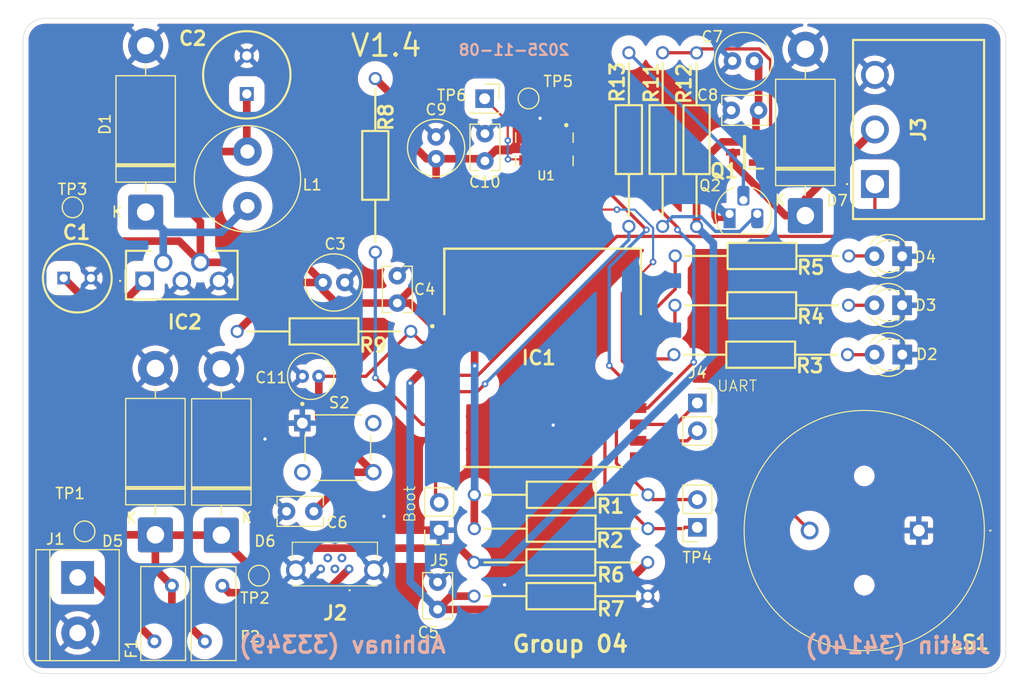
<source format=kicad_pcb>
(kicad_pcb (version 20241229) (generator "pcbnew") (generator_version "9.0")
  (title_block (title "KnockLock") (date "2025-11-08") (rev "V1.4") (company "HSRW") (comment 1 "Group 04") (comment 2 "Justin Julius Chin Cheong - 34140") (comment 3 "Abhinav Kothari - 33349"))
  (layers (0 "F.Cu" signal) (2 "B.Cu" signal) (13 "F.Paste" user) (15 "B.Paste" user) (5 "F.SilkS" user "F.Silkscreen") (7 "B.SilkS" user "B.Silkscreen") (1 "F.Mask" user) (3 "B.Mask" user) (25 "Edge.Cuts" user))
  (net 0 "")
  (net 1 "+5V")
  (net 2 "GND")
  (net 3 "+3.3V")
  (net 4 "BAT_V")
  (net 5 "MRESET")
  (net 6 "Net-(D1-K)")
  (net 7 "Net-(D2-A)")
  (net 8 "Net-(D3-A)")
  (net 9 "Net-(D4-A)")
  (net 10 "Net-(D7-K)")
  (net 11 "SDA")
  (net 12 "YLED")
  (net 13 "SERVO")
  (net 14 "RX")
  (net 15 "SCL")
  (net 16 "WAKE_INT")
  (net 17 "Net-(IC1-IO8)")
  (net 18 "GLED")
  (net 19 "RLED")
  (net 20 "CONTROL")
  (net 21 "BUZZ")
  (net 24 "TX")
  (net 25 "BOOT")
  (net 26 "Net-(Q1-G)")
  (net 27 "Net-(Q2-B)")
  (net 28 "Net-(Q2-C)")
  (net 33 "Net-(F2-Pad1)")
  (net 34 "Net-(J1-Pin_1)")
  (footprint "SamacSys_Parts:CAPPRD350W65D800H1300" (layer "F.Cu") (at 125.032016 76.050747 90)
    (property "Reference" "C2")
    (property "Value" "330uF" (hide yes))
  )
  (footprint "SamacSys_Parts:ESP32C3WROOM02N4" (layer "F.Cu") (at 153.082616 103.514447)
    (property "Reference" "IC1")
    (property "Value" "ESP32-C3-WROOM-02-N4" (hide yes))
  )
  (footprint "SamacSys_Parts:RESAD1590W60L630D240" (layer "F.Cu") (at 145.847616 122.040647)
    (property "Reference" "R7")
    (property "Value" "6.8kOhms" (hide yes))
  )
  (footprint "Fuse:Fuse_BelFuse_0ZRE0012FF_L8.3mm_W3.8mm" (layer "F.Cu") (at 116.572716 126.177147 90)
    (property "Reference" "F1")
    (property "Value" "Polyfuse")
  )
  (footprint "LED_THT:LED_D3.0mm" (layer "F.Cu") (at 185.060816 99.917947 180)
    (property "Reference" "D2")
    (property "Value" "R-LED")
  )
  (footprint "Capacitor_THT:C_Rect_L4.0mm_W2.5mm_P2.50mm" (layer "F.Cu") (at 138.816516 92.698947 -90)
    (property "Reference" "C4")
    (property "Value" "0.1uF")
  )
  (footprint "Fuse:Fuse_BelFuse_0ZRE0012FF_L8.3mm_W3.8mm" (layer "F.Cu") (at 122.792716 121.087147 -90)
    (property "Reference" "F2")
    (property "Value" "Polyfuse")
  )
  (footprint "Diode_THT:D_DO-201AD_P15.24mm_Horizontal" (layer "F.Cu") (at 116.661516 116.423647 90)
    (property "Reference" "D5")
    (property "Value" "1N5822")
  )
  (footprint "SamacSys_Parts:SOT95P237X112-3N" (layer "F.Cu") (at 170.612416 81.387847 180)
    (property "Reference" "Q1")
    (property "Value" "IRLML6402TRPBF" (hide yes))
  )
  (footprint "SamacSys_Parts:RESAD1590W60L630D240" (layer "F.Cu") (at 163.115216 88.178447 90)
    (property "Reference" "R11")
    (property "Value" "100 Ohms" (hide yes))
  )
  (footprint "TestPoint:TestPoint_Pad_D1.5mm" (layer "F.Cu") (at 126.142716 120.167147)
    (property "Reference" "TP2")
    (property "Value" "TP_Ext")
  )
  (footprint "SamacSys_Parts:PKM22EPPH4001B0" (layer "F.Cu") (at 186.579816 116.032047 180)
    (property "Reference" "LS1")
    (property "Value" "PKM22EPPH4001-B0" (hide yes))
  )
  (footprint "Connector_PinSocket_2.54mm:PinSocket_1x01_P2.54mm_Vertical" (layer "F.Cu") (at 146.815416 76.481947)
    (property "Reference" "TP6")
    (property "Value" "TP_IMUINT")
  )
  (footprint "LED_THT:LED_D3.0mm" (layer "F.Cu") (at 185.046516 95.398747 180)
    (property "Reference" "D3")
    (property "Value" "Y-LED")
  )
  (footprint "SamacSys_Parts:RESAD1590W60L630D240" (layer "F.Cu") (at 145.871516 115.857647)
    (property "Reference" "R2")
    (property "Value" "4k7Ohms" (hide yes))
  )
  (footprint "Diode_THT:D_DO-201AD_P15.24mm_Horizontal" (layer "F.Cu") (at 122.701516 116.453647 90)
    (property "Reference" "D6")
    (property "Value" "1N5822")
  )
  (footprint "Diode_THT:D_DO-201AD_P15.24mm_Horizontal" (layer "F.Cu") (at 115.772016 86.870747 90)
    (property "Reference" "D1")
    (property "Value" "1N5822")
  )
  (footprint "Connector_PinSocket_2.54mm:PinSocket_1x02_P2.54mm_Vertical" (layer "F.Cu") (at 166.291716 104.350147)
    (property "Reference" "J4")
    (property "Value" "UART")
  )
  (footprint "SamacSys_Parts:TBP04R1250003BE" (layer "F.Cu") (at 182.554016 84.303647 90)
    (property "Reference" "J3")
    (property "Value" "TBP04R12-500-03BE" (hide yes))
  )
  (footprint "Diode_THT:D_DO-201AD_P15.24mm_Horizontal" (layer "F.Cu") (at 176.184016 87.193647 90)
    (property "Reference" "D7")
    (property "Value" "1N5822")
  )
  (footprint "ADXL345BCCZ-RL7:PQFN80P500X300X100-14N" (layer "F.Cu") (at 152.291716 81.115147 -90)
    (property "Reference" "U1")
    (property "Value" "ADXL345BCCZ-RL7")
  )
  (footprint "SamacSys_Parts:RESAD1590W60L630D240" (layer "F.Cu") (at 164.264153 90.883617)
    (property "Reference" "R5")
    (property "Value" "27 Ohms" (hide yes))
  )
  (footprint "Capacitor_THT:C_Rect_L4.0mm_W2.5mm_P2.50mm" (layer "F.Cu") (at 169.402416 77.547847)
    (property "Reference" "C8")
    (property "Value" "0.1uF")
  )
  (footprint "SamacSys_Parts:RESAD1590W60L630D240" (layer "F.Cu") (at 166.221316 72.287547 -90)
    (property "Reference" "R12")
    (property "Value" "100kOhms" (hide yes))
  )
  (footprint "SamacSys_Parts:USB3145301A" (layer "F.Cu") (at 133.097716 119.327147 180)
    (property "Reference" "J2")
    (property "Value" "USB3145-30-1-A" (hide yes))
  )
  (footprint "LED_THT:LED_D3.0mm" (layer "F.Cu") (at 185.047116 90.910947 180)
    (property "Reference" "D4")
    (property "Value" "G-LED")
  )
  (footprint "Inductor_THT:L_Radial_D9.5mm_P5.00mm_Fastron_07HVP" (layer "F.Cu") (at 125.092016 86.320747 90)
    (property "Reference" "L1")
    (property "Value" "330uH")
  )
  (footprint "SamacSys_Parts:CAPPRD250W55D630H1220" (layer "F.Cu") (at 108.262016 92.910747)
    (property "Reference" "C1")
    (property "Value" "100uF")
  )
  (footprint "TestPoint:TestPoint_Pad_D1.5mm" (layer "F.Cu") (at 110.172716 116.107147 180)
    (property "Reference" "TP1")
    (property "Value" "TP_Bat")
  )
  (footprint "SamacSys_Parts:RESAD1590W60L630D240" (layer "F.Cu") (at 160.023716 88.178447 90)
    (property "Reference" "R13")
    (property "Value" "10kOhms" (hide yes))
  )
  (footprint "Capacitor_THT:C_Radial_D4.0mm_H7.0mm_P1.50mm" (layer "F.Cu") (at 131.631116 101.906147 180)
    (property "Reference" "C11")
    (property "Value" "1uF")
  )
  (footprint "SamacSys_Parts:RESAD1590W60L630D240" (layer "F.Cu") (at 140.051116 97.796147 180)
    (property "Reference" "R9")
    (property "Value" "10kOhms" (hide yes))
  )
  (footprint "SamacSys_Parts:RESAD1590W60L630D240" (layer "F.Cu") (at 164.241812 95.405069)
    (property "Reference" "R4")
    (property "Value" "27 Ohms" (hide yes))
  )
  (footprint "SamacSys_Parts:RESAD1590W60L630D240" (layer "F.Cu") (at 145.872516 112.756647)
    (property "Reference" "R1")
    (property "Value" "4k7Ohms" (hide yes))
  )
  (footprint "Capacitor_THT:C_Radial_D5.0mm_H11.0mm_P2.00mm" (layer "F.Cu") (at 169.512416 73.027847)
    (property "Reference" "C7")
    (property "Value" "10uF")
  )
  (footprint "Connector_PinSocket_2.54mm:PinSocket_1x02_P2.54mm_Vertical" (layer "F.Cu") (at 142.652516 115.996647 180)
    (property "Reference" "J5")
    (property "Value" "Boot Pins")
  )
  (footprint "Connector_PinSocket_2.54mm:PinSocket_1x02_P2.54mm_Vertical" (layer "F.Cu") (at 166.291716 115.736647 180)
    (property "Reference" "TP4")
    (property "Value" "TP_I2C")
  )
  (footprint "TerminalBlock:TerminalBlock_bornier-2_P5.08mm" (layer "F.Cu") (at 109.542716 120.327147 -90)
    (property "Reference" "J1")
    (property "Value" "Screw_Terminal_01x02")
  )
  (footprint "Package_TO_SOT_THT:TO-92_HandSolder" (layer "F.Cu") (at 169.242416 87.037847)
    (property "Reference" "Q2")
    (property "Value" "BC547B")
  )
  (footprint "SamacSys_Parts:RESAD1590W60L630D240" (layer "F.Cu") (at 145.847616 118.949147)
    (property "Reference" "R6")
    (property "Value" "10kOhms" (hide yes))
  )
  (footprint "TestPoint:TestPoint_Pad_D1.5mm" (layer "F.Cu") (at 109.082016 86.430747)
    (property "Reference" "TP3")
    (property "Value" "TP_3.3V")
  )
  (footprint "SamacSys_Parts:LM257533WT" (layer "F.Cu") (at 115.678016 93.170747)
    (property "Reference" "IC2")
    (property "Value" "LM2575-3.3WT" (hide yes))
  )
  (footprint "Capacitor_THT:C_Radial_D5.0mm_H11.0mm_P2.00mm" (layer "F.Cu") (at 134.011716 93.315147 180)
    (property "Reference" "C3")
    (property "Value" "10uF")
  )
  (footprint "Capacitor_THT:C_Radial_D5.0mm_H11.0mm_P2.00mm" (layer "F.Cu") (at 142.371716 79.985147 -90)
    (property "Reference" "C9")
    (property "Value" "10uF")
  )
  (footprint "Capacitor_THT:C_Rect_L4.0mm_W2.5mm_P2.50mm" (layer "F.Cu") (at 142.512516 123.256647 90)
    (property "Reference" "C5")
    (property "Value" "0.1uF")
  )
  (footprint "Capacitor_THT:C_Rect_L4.0mm_W2.5mm_P2.50mm" (layer "F.Cu") (at 146.841716 79.685147 -90)
    (property "Reference" "C10")
    (property "Value" "0.1uF")
  )
  (footprint "Capacitor_THT:C_Rect_L4.0mm_W2.5mm_P2.50mm" (layer "F.Cu") (at 128.672716 114.277147)
    (property "Reference" "C6")
    (property "Value" "0.1uF")
  )
  (footprint "TS02-66-60-BK-260-LCR-D:SW_TS02-66-60-BK-260-LCR-D" (layer "F.Cu") (at 133.370432 108.441657)
    (property "Reference" "S2")
    (property "Value" "TS02-66-60-BK-260-LCR-D")
  )
  (footprint "SamacSys_Parts:RESAD1590W60L630D240" (layer "F.Cu") (at 164.14746 99.927391)
    (property "Reference" "R3")
    (property "Value" "27 Ohms" (hide yes))
  )
  (footprint "SamacSys_Parts:RESAD1590W60L630D240" (layer "F.Cu") (at 136.802016 74.640747 -90)
    (property "Reference" "R8")
    (property "Value" "10kOhms" (hide yes))
  )
  (footprint "TestPoint:TestPoint_Pad_D1.5mm" (layer "F.Cu") (at 150.835416 76.461947)
    (property "Reference" "TP5")
    (property "Value" "TP_IMUV")
  )
  (gr_line (start 192.541716 129.125147) (end 106.541716 129.125147) (stroke (width 0.05)) (layer "Edge.Cuts"))
  (gr_arc (start 192.541716 69.125147) (mid 193.95593 69.710933) (end 194.541716 71.125147) (stroke (width 0.05)) (layer "Edge.Cuts"))
  (gr_line (start 106.541716 69.125147) (end 192.541716 69.125147) (stroke (width 0.05)) (layer "Edge.Cuts"))
  (gr_arc (start 104.541716 71.125147) (mid 105.127502 69.710933) (end 106.541716 69.125147) (stroke (width 0.05)) (layer "Edge.Cuts"))
  (gr_arc (start 106.541716 129.125147) (mid 105.127502 128.539361) (end 104.541716 127.125147) (stroke (width 0.05)) (layer "Edge.Cuts"))
  (gr_line (start 104.541716 127.125147) (end 104.541716 71.125147) (stroke (width 0.05)) (layer "Edge.Cuts"))
  (gr_line (start 194.541716 71.125147) (end 194.541716 127.125147) (stroke (width 0.05)) (layer "Edge.Cuts"))
  (gr_arc (start 194.541716 127.125147) (mid 193.95593 128.539361) (end 192.541716 129.125147) (stroke (width 0.05)) (layer "Edge.Cuts"))
  (gr_text "${PROJECTNAME} ${REVISION}\n" (at 132.87 72.78 0) (layer "F.SilkS") (effects (font (size 2 2) (thickness 0.25)) (justify left bottom)))
  (gr_text "Boot" (at 140.541716 115.375147 90) (layer "F.SilkS") (effects (font (size 1 1) (thickness 0.1)) (justify left bottom)))
  (gr_text "UART" (at 168.041716 103.375147 0) (layer "F.SilkS") (effects (font (size 1 1) (thickness 0.1)) (justify left bottom)))
  (gr_text "${COMMENT1}" (at 149.21 127.3 0) (layer "F.SilkS") (effects (font (size 1.5 1.5) (thickness 0.3) (bold yes)) (justify left bottom)))
  (gr_text "Justin (34140)" (at 193.321716 127.425147 0) (layer "B.SilkS") (effects (font (size 1.5 1.5) (thickness 0.3) (bold yes)) (justify left bottom mirror)))
  (gr_text "Abhinav (33349)" (at 143.411716 127.375147 0) (layer "B.SilkS") (effects (font (size 1.5 1.5) (thickness 0.3) (bold yes)) (justify left bottom mirror)))
  (gr_text "${ISSUE_DATE}" (at 154.68412 72.604607 0) (layer "B.SilkS") (effects (font (size 1 1) (thickness 0.2) (bold yes)) (justify left bottom mirror)))
  (segment (start 113.223616 95.625147) (end 110.976416 95.625147) (width 0.7) (layer "F.Cu") (net 1))
  (segment (start 166.221316 88.187547) (end 166.221316 82.776947) (width 0.7) (layer "F.Cu") (net 1))
  (segment (start 122.701516 116.725947) (end 126.142716 120.167147) (width 0.7) (layer "F.Cu") (net 1))
  (segment (start 115.678016 93.170747) (end 113.223616 95.625147) (width 0.7) (layer "F.Cu") (net 1))
  (segment (start 168.560416 80.437847) (end 171.662416 80.437847) (width 0.7) (layer "F.Cu") (net 1))
  (segment (start 122.701516 116.453647) (end 116.691516 116.453647) (width 0.7) (layer "F.Cu") (net 1))
  (segment (start 110.172716 94.821447) (end 108.262016 92.910747) (width 0.7) (layer "F.Cu") (net 1))
  (segment (start 110.976416 95.625147) (end 108.262016 92.910747) (width 0.7) (layer "F.Cu") (net 1))
  (segment (start 110.172716 116.107147) (end 110.172716 94.821447) (width 0.7) (layer "F.Cu") (net 1))
  (segment (start 166.221316 82.776947) (end 168.560416 80.437847) (width 0.7) (layer "F.Cu") (net 1))
  (segment (start 171.902416 77.547847) (end 171.902416 73.417847) (width 0.7) (layer "F.Cu") (net 1))
  (segment (start 116.691516 116.453647) (end 116.661516 116.423647) (width 0.7) (layer "F.Cu") (net 1))
  (segment (start 118.172716 121.077147) (end 118.172716 123.167147) (width 0.7) (layer "F.Cu") (net 1))
  (segment (start 171.662416 77.787847) (end 171.902416 77.547847) (width 0.7) (layer "F.Cu") (net 1))
  (segment (start 171.902416 73.417847) (end 171.512416 73.027847) (width 0.7) (layer "F.Cu") (net 1))
  (segment (start 144.544616 117.646147) (end 128.663716 117.646147) (width 0.7) (layer "F.Cu") (net 1))
  (segment (start 122.701516 116.453647) (end 122.701516 116.725947) (width 0.7) (layer "F.Cu") (net 1))
  (segment (start 145.847616 118.949147) (end 144.544616 117.646147) (width 0.7) (layer "F.Cu") (net 1))
  (segment (start 128.663716 117.646147) (end 126.142716 120.167147) (width 0.7) (layer "F.Cu") (net 1))
  (segment (start 171.662416 80.437847) (end 171.662416 77.787847) (width 0.7) (layer "F.Cu") (net 1))
  (segment (start 116.661516 116.423647) (end 116.661516 119.565947) (width 0.7) (layer "F.Cu") (net 1))
  (segment (start 110.489216 116.423647) (end 110.172716 116.107147) (width 0.7) (layer "F.Cu") (net 1))
  (segment (start 116.661516 116.423647) (end 110.489216 116.423647) (width 0.7) (layer "F.Cu") (net 1))
  (segment (start 118.172716 123.167147) (end 121.192716 126.187147) (width 0.7) (layer "F.Cu") (net 1))
  (segment (start 116.661516 119.565947) (end 118.172716 121.077147) (width 0.7) (layer "F.Cu") (net 1))
  (segment (start 167.761716 99.937933) (end 148.750502 118.949147) (width 0.7) (layer "B.Cu") (net 1))
  (segment (start 167.761716 89.727947) (end 167.761716 99.937933) (width 0.7) (layer "B.Cu") (net 1))
  (segment (start 166.221316 88.187547) (end 167.761716 89.727947) (width 0.7) (layer "B.Cu") (net 1))
  (segment (start 148.750502 118.949147) (end 145.847616 118.949147) (width 0.7) (layer "B.Cu") (net 1))
  (segment (start 151.091716 80.105147) (end 151.895981 79.300882) (width 0.3) (layer "F.Cu") (net 2))
  (segment (start 151.091716 80.105147) (end 151.891716 80.105147) (width 0.3) (layer "F.Cu") (net 2))
  (segment (start 152.145981 78.875147) (end 153.041716 78.875147) (width 0.3) (layer "F.Cu") (net 2))
  (segment (start 153.041716 78.875147) (end 153.490716 79.324147) (width 0.3) (layer "F.Cu") (net 2))
  (segment (start 153.490716 79.344147) (end 153.491716 79.345147) (width 0.3) (layer "F.Cu") (net 2))
  (segment (start 138.863216 115.996647) (end 137.591716 114.725147) (width 0.7) (layer "F.Cu") (net 2))
  (segment (start 151.895981 80.100882) (end 151.891716 80.105147) (width 0.3) (layer "F.Cu") (net 2))
  (segment (start 153.491716 82.125147) (end 153.491716 80.105147) (width 0.3) (layer "F.Cu") (net 2))
  (segment (start 151.895981 78.625147) (end 152.145981 78.875147) (width 0.3) (layer "F.Cu") (net 2))
  (segment (start 142.652516 115.996647) (end 138.863216 115.996647) (width 0.7) (layer "F.Cu") (net 2))
  (segment (start 151.895981 79.300882) (end 151.895981 78.625147) (width 0.3) (layer "F.Cu") (net 2))
  (segment (start 153.491716 79.345147) (end 153.491716 80.105147) (width 0.3) (layer "F.Cu") (net 2))
  (segment (start 151.895981 78.279412) (end 151.895981 80.100882) (width 0.3) (layer "F.Cu") (net 2))
  (segment (start 153.490716 79.324147) (end 153.490716 79.344147) (width 0.3) (layer "F.Cu") (net 2))
  (via (at 126.7 107.65) (size 0.6) (drill 0.3) (layers "F.Cu" "B.Cu") (net 2))
  (via (at 148.641716 121) (size 0.6) (drill 0.3) (layers "F.Cu" "B.Cu") (net 2))
  (via (at 153.091716 106.375147) (size 0.6) (drill 0.3) (layers "F.Cu" "B.Cu") (net 2))
  (via (at 137.591716 114.725147) (size 0.6) (drill 0.3) (layers "F.Cu" "B.Cu") (net 2))
  (via (at 151.895981 78.279412) (size 0.6) (drill 0.3) (layers "F.Cu" "B.Cu") (net 2))
  (segment (start 168.854416 87.037847) (end 167.741716 85.925147) (width 0.7) (layer "B.Cu") (net 2))
  (segment (start 120.946116 81.320747) (end 125.092016 81.320747) (width 0.7) (layer "F.Cu") (net 3))
  (segment (start 118.839416 89.525147) (end 120.783016 91.468747) (width 0.7) (layer "F.Cu") (net 3))
  (segment (start 119.361716 82.905147) (end 120.946116 81.320747) (width 0.7) (layer "F.Cu") (net 3))
  (segment (start 150.291716 80.105147) (end 150.291716 81.105147) (width 0.3) (layer "F.Cu") (net 3))
  (segment (start 142.371716 81.985147) (end 141.501716 81.985147) (width 0.7) (layer "F.Cu") (net 3))
  (segment (start 139.975516 95.198947) (end 138.816516 95.198947) (width 0.7) (layer "F.Cu") (net 3))
  (segment (start 150.291716 79.035147) (end 151.651716 77.675147) (width 0.3) (layer "F.Cu") (net 3))
  (segment (start 143.372616 97.314447) (end 142.091016 97.314447) (width 0.7) (layer "F.Cu") (net 3))
  (segment (start 124.170716 97.796147) (end 128.651716 93.315147) (width 0.7) (layer "F.Cu") (net 3))
  (segment (start 150.291716 81.105147) (end 150.281716 81.115147) (width 0.3) (layer "F.Cu") (net 3))
  (segment (start 124.151116 97.796147) (end 124.170716 97.796147) (width 0.7) (layer "F.Cu") (net 3))
  (segment (start 142.371716 91.643747) (end 138.816516 95.198947) (width 0.7) (layer "F.Cu") (net 3))
  (segment (start 119.361716 86.345147) (end 119.361716 82.905147) (width 0.7) (layer "F.Cu") (net 3))
  (segment (start 145.901716 99.013547) (end 145.901716 100.945147) (width 0.7) (layer "F.Cu") (net 3))
  (segment (start 130.165316 91.468747) (end 132.011716 93.315147) (width 0.7) (layer "F.Cu") (net 3))
  (segment (start 120.783016 87.766447) (end 119.361716 86.345147) (width 0.7) (layer "F.Cu") (net 3))
  (segment (start 132.011716 93.995147) (end 132.011716 93.315147) (width 0.7) (layer "F.Cu") (net 3))
  (segment (start 142.371716 81.985147) (end 142.371716 91.643747) (width 0.7) (layer "F.Cu") (net 3))
  (segment (start 125.032016 81.260747) (end 125.092016 81.320747) (width 0.7) (layer "F.Cu") (net 3))
  (segment (start 139.041716 79.525147) (end 139.041716 76.880447) (width 0.7) (layer "F.Cu") (net 3))
  (segment (start 142.091016 97.314447) (end 139.975516 95.198947) (width 0.7) (layer "F.Cu") (net 3))
  (segment (start 144.202616 97.314447) (end 145.901716 99.013547) (width 0.7) (layer "F.Cu") (net 3))
  (segment (start 147.911716 81.115147) (end 146.841716 82.185147) (width 0.7) (layer "F.Cu") (net 3))
  (segment (start 138.816516 95.198947) (end 133.215516 95.198947) (width 0.7) (layer "F.Cu") (net 3))
  (segment (start 146.641716 81.985147) (end 146.841716 82.185147) (width 0.7) (layer "F.Cu") (net 3))
  (segment (start 153.201716 77.675147) (end 154.291716 78.765147) (width 0.3) (layer "F.Cu") (net 3))
  (segment (start 147.792716 81.234147) (end 146.841716 82.185147) (width 0.7) (layer "F.Cu") (net 3))
  (segment (start 141.501716 81.985147) (end 139.041716 79.525147) (width 0.7) (layer "F.Cu") (net 3))
  (segment (start 128.651716 93.315147) (end 132.011716 93.315147) (width 0.7) (layer "F.Cu") (net 3))
  (segment (start 109.082016 86.430747) (end 112.176416 89.525147) (width 0.7) (layer "F.Cu") (net 3))
  (segment (start 145.871516 112.757647) (end 145.872516 112.756647) (width 0.7) (layer "F.Cu") (net 3))
  (segment (start 149.732716 77.564647) (end 149.732716 80.646933) (width 0.7) (layer "F.Cu") (net 3))
  (segment (start 139.041716 76.880447) (end 136.802016 74.640747) (width 0.7) (layer "F.Cu") (net 3))
  (segment (start 149.145502 81.234147) (end 147.792716 81.234147) (width 0.7) (layer "F.Cu") (net 3))
  (segment (start 133.215516 95.198947) (end 132.011716 93.995147) (width 0.7) (layer "F.Cu") (net 3))
  (segment (start 149.732716 80.646933) (end 149.145502 81.234147) (width 0.7) (layer "F.Cu") (net 3))
  (segment (start 120.641716 91.327447) (end 120.783016 91.468747) (width 0.7) (layer "F.Cu") (net 3))
  (segment (start 150.835416 76.461947) (end 149.732716 77.564647) (width 0.7) (layer "F.Cu") (net 3))
  (segment (start 145.871516 115.857647) (end 145.871516 112.757647) (width 0.7) (layer "F.Cu") (net 3))
  (segment (start 120.783016 91.468747) (end 120.783016 87.766447) (width 0.7) (layer "F.Cu") (net 3))
  (segment (start 120.783016 91.468747) (end 130.165316 91.468747) (width 0.7) (layer "F.Cu") (net 3))
  (segment (start 142.371716 81.985147) (end 146.641716 81.985147) (width 0.7) (layer "F.Cu") (net 3))
  (segment (start 150.291716 80.105147) (end 150.291716 79.035147) (width 0.3) (layer "F.Cu") (net 3))
  (segment (start 125.032016 76.050747) (end 125.032016 81.260747) (width 0.7) (layer "F.Cu") (net 3))
  (segment (start 150.281716 81.115147) (end 147.911716 81.115147) (width 0.7) (layer "F.Cu") (net 3))
  (segment (start 154.291716 78.765147) (end 154.291716 80.105147) (width 0.3) (layer "F.Cu") (net 3))
  (segment (start 151.651716 77.675147) (end 153.201716 77.675147) (width 0.3) (layer "F.Cu") (net 3))
  (segment (start 143.372616 97.314447) (end 144.202616 97.314447) (width 0.7) (layer "F.Cu") (net 3))
  (segment (start 112.176416 89.525147) (end 118.839416 89.525147) (width 0.7) (layer "F.Cu") (net 3))
  (via (at 145.901716 100.945147) (size 0.6) (drill 0.3) (layers "F.Cu" "B.Cu") (net 3))
  (segment (start 145.901716 112.727447) (end 145.872516 112.756647) (width 0.7) (layer "B.Cu") (net 3))
  (segment (start 145.901716 100.945147) (end 145.901716 112.727447) (width 0.7) (layer "B.Cu") (net 3))
  (segment (start 145.847616 122.040647) (end 143.728516 122.040647) (width 0.7) (layer "F.Cu") (net 4))
  (segment (start 142.212416 100.314447) (end 143.372616 100.314447) (width 0.7) (layer "F.Cu") (net 4))
  (segment (start 143.728516 122.040647) (end 142.512516 123.256647) (width 0.7) (layer "F.Cu") (net 4))
  (segment (start 161.747616 118.949147) (end 157.440116 123.256647) (width 0.7) (layer "F.Cu") (net 4))
  (segment (start 157.440116 123.256647) (end 142.512516 123.256647) (width 0.7) (layer "F.Cu") (net 4))
  (segment (start 139.991716 102.535147) (end 142.212416 100.314447) (width 0.7) (layer "F.Cu") (net 4))
  (via (at 139.991716 102.535147) (size 0.6) (drill 0.3) (layers "F.Cu" "B.Cu") (net 4))
  (segment (start 142.512516 123.256647) (end 139.991716 120.735847) (width 0.7) (layer "B.Cu") (net 4))
  (segment (start 139.991716 120.735847) (end 139.991716 102.535147) (width 0.7) (layer "B.Cu") (net 4))
  (segment (start 135.941116 101.906147) (end 140.051116 97.796147) (width 0.3) (layer "F.Cu") (net 5))
  (segment (start 131.631116 101.906147) (end 135.941116 101.906147) (width 0.3) (layer "F.Cu") (net 5))
  (segment (start 134.758206 110.691657) (end 131.172716 114.277147) (width 0.7) (layer "F.Cu") (net 5))
  (segment (start 131.631116 105.702341) (end 131.631116 101.906147) (width 0.7) (layer "F.Cu") (net 5))
  (segment (start 140.051116 97.796147) (end 141.069416 98.814447) (width 0.3) (layer "F.Cu") (net 5))
  (segment (start 136.620432 110.691657) (end 131.631116 105.702341) (width 0.7) (layer "F.Cu") (net 5))
  (segment (start 136.620432 110.691657) (end 134.758206 110.691657) (width 0.7) (layer "F.Cu") (net 5))
  (segment (start 141.069416 98.814447) (end 143.372616 98.814447) (width 0.3) (layer "F.Cu") (net 5))
  (segment (start 117.380016 88.478747) (end 115.772016 86.870747) (width 0.7) (layer "B.Cu") (net 6))
  (segment (start 125.092016 86.320747) (end 122.687616 88.725147) (width 0.7) (layer "B.Cu") (net 6))
  (segment (start 117.626416 88.725147) (end 115.772016 86.870747) (width 0.7) (layer "B.Cu") (net 6))
  (segment (start 122.687616 88.725147) (end 117.626416 88.725147) (width 0.7) (layer "B.Cu") (net 6))
  (segment (start 117.380016 91.468747) (end 117.380016 88.478747) (width 0.7) (layer "B.Cu") (net 6))
  (segment (start 182.511372 99.927391) (end 182.520816 99.917947) (width 0.3) (layer "F.Cu") (net 7))
  (segment (start 180.04746 99.927391) (end 182.511372 99.927391) (width 0.3) (layer "F.Cu") (net 7))
  (segment (start 182.500194 95.405069) (end 182.506516 95.398747) (width 0.3) (layer "F.Cu") (net 8))
  (segment (start 180.141812 95.405069) (end 182.500194 95.405069) (width 0.3) (layer "F.Cu") (net 8))
  (segment (start 180.164153 90.883617) (end 182.479786 90.883617) (width 0.3) (layer "F.Cu") (net 9))
  (segment (start 182.479786 90.883617) (end 182.507116 90.910947) (width 0.3) (layer "F.Cu") (net 9))
  (segment (start 176.184016 87.193647) (end 176.184016 85.673647) (width 0.7) (layer "F.Cu") (net 10))
  (segment (start 176.184016 85.673647) (end 182.554016 79.303647) (width 0.7) (layer "F.Cu") (net 10))
  (segment (start 169.562416 82.387847) (end 169.562416 81.387847) (width 0.7) (layer "F.Cu") (net 10))
  (segment (start 176.184016 87.193647) (end 174.368216 87.193647) (width 0.7) (layer "F.Cu") (net 10))
  (segment (start 174.368216 87.193647) (end 169.562416 82.387847) (width 0.7) (layer "F.Cu") (net 10))
  (segment (start 161.771516 115.857647) (end 157.831716 111.917847) (width 0.3) (layer "F.Cu") (net 11))
  (segment (start 155.262216 82.125147) (end 161.631716 88.494647) (width 0.3) (layer "F.Cu") (net 11))
  (segment (start 160.572616 103.314447) (end 160.872616 103.314447) (width 0.3) (layer "F.Cu") (net 11))
  (segment (start 165.011516 115.857647) (end 165.132516 115.736647) (width 0.3) (layer "F.Cu") (net 11))
  (segment (start 161.771516 115.857647) (end 165.011516 115.857647) (width 0.3) (layer "F.Cu") (net 11))
  (segment (start 154.291716 82.125147) (end 155.262216 82.125147) (width 0.3) (layer "F.Cu") (net 11))
  (segment (start 158.231716 100.925147) (end 160.621016 103.314447) (width 0.3) (layer "F.Cu") (net 11))
  (segment (start 157.831716 111.917847) (end 157.831716 106.055347) (width 0.3) (layer "F.Cu") (net 11))
  (segment (start 154.321716 82.125147) (end 154.341716 82.145147) (width 0.3) (layer "F.Cu") (net 11))
  (segment (start 157.831716 106.055347) (end 160.572616 103.314447) (width 0.3) (layer "F.Cu") (net 11))
  (segment (start 161.174616 103.314447) (end 160.872616 103.314447) (width 0.3) (layer "F.Cu") (net 11))
  (segment (start 165.132516 115.736647) (end 166.291716 115.736647) (width 0.3) (layer "F.Cu") (net 11))
  (segment (start 160.872616 103.314447) (end 160.570616 103.314447) (width 0.3) (layer "F.Cu") (net 11))
  (segment (start 154.291716 82.125147) (end 154.321716 82.125147) (width 0.3) (layer "F.Cu") (net 11))
  (segment (start 160.621016 103.314447) (end 160.872616 103.314447) (width 0.3) (layer "F.Cu") (net 11))
  (via (at 158.231716 100.925147) (size 0.6) (drill 0.3) (layers "F.Cu" "B.Cu") (net 11))
  (via (at 161.631716 88.494647) (size 0.6) (drill 0.3) (layers "F.Cu" "B.Cu") (net 11))
  (segment (start 158.231716 91.894647) (end 158.231716 100.925147) (width 0.3) (layer "B.Cu") (net 11))
  (segment (start 161.631716 88.494647) (end 158.231716 91.894647) (width 0.3) (layer "B.Cu") (net 11))
  (segment (start 164.241812 95.405069) (end 164.241812 97.425051) (width 0.3) (layer "F.Cu") (net 12))
  (segment (start 164.241812 97.425051) (end 162.852416 98.814447) (width 0.3) (layer "F.Cu") (net 12))
  (segment (start 162.852416 98.814447) (end 160.872616 98.814447) (width 0.3) (layer "F.Cu") (net 12))
  (segment (start 146.142416 103.314447) (end 146.851716 102.605147) (width 0.3) (layer "F.Cu") (net 13))
  (segment (start 143.372616 103.314447) (end 146.142416 103.314447) (width 0.3) (layer "F.Cu") (net 13))
  (via (at 146.851716 102.605147) (size 0.6) (drill 0.3) (layers "F.Cu" "B.Cu") (net 13))
  (segment (start 146.851716 102.605147) (end 146.851716 102.585147) (width 0.3) (layer "B.Cu") (net 13))
  (segment (start 160.023716 89.413147) (end 160.023716 88.178447) (width 0.3) (layer "B.Cu") (net 13))
  (segment (start 146.851716 102.585147) (end 160.023716 89.413147) (width 0.3) (layer "B.Cu") (net 13))
  (segment (start 165.367416 107.814447) (end 166.291716 106.890147) (width 0.3) (layer "F.Cu") (net 14))
  (segment (start 160.872616 107.814447) (end 165.367416 107.814447) (width 0.3) (layer "F.Cu") (net 14))
  (segment (start 160.572616 104.814447) (end 160.872616 104.814447) (width 0.3) (layer "F.Cu") (net 15))
  (segment (start 160.872616 104.814447) (end 161.752416 104.814447) (width 0.3) (layer "F.Cu") (net 15))
  (segment (start 162.212516 113.196647) (end 166.291716 113.196647) (width 0.3) (layer "F.Cu") (net 15))
  (segment (start 157.326123 81.115147) (end 164.471716 88.26074) (width 0.3) (layer "F.Cu") (net 15))
  (segment (start 161.752416 104.814447) (end 165.961716 100.605147) (width 0.3) (layer "F.Cu") (net 15))
  (segment (start 164.471716 88.26074) (end 164.471716 88.485147) (width 0.3) (layer "F.Cu") (net 15))
  (segment (start 154.301716 81.115147) (end 157.326123 81.115147) (width 0.3) (layer "F.Cu") (net 15))
  (segment (start 161.772516 112.756647) (end 158.881716 109.865847) (width 0.3) (layer "F.Cu") (net 15))
  (segment (start 158.881716 109.865847) (end 158.881716 106.505347) (width 0.3) (layer "F.Cu") (net 15))
  (segment (start 161.772516 112.756647) (end 162.212516 113.196647) (width 0.3) (layer "F.Cu") (net 15))
  (segment (start 158.881716 106.505347) (end 160.572616 104.814447) (width 0.3) (layer "F.Cu") (net 15))
  (via (at 165.961716 100.605147) (size 0.6) (drill 0.3) (layers "F.Cu" "B.Cu") (net 15))
  (via (at 164.471716 88.485147) (size 0.6) (drill 0.3) (layers "F.Cu" "B.Cu") (net 15))
  (segment (start 165.961716 89.975147) (end 164.471716 88.485147) (width 0.3) (layer "B.Cu") (net 15))
  (segment (start 165.961716 100.605147) (end 165.961716 89.975147) (width 0.3) (layer "B.Cu") (net 15))
  (segment (start 150.201716 82.035147) (end 150.291716 82.125147) (width 0.2) (layer "F.Cu") (net 16))
  (segment (start 146.815416 76.481947) (end 148.931716 78.598247) (width 0.2) (layer "F.Cu") (net 16))
  (segment (start 150.291716 82.785147) (end 154.145731 86.639162) (width 0.2) (layer "F.Cu") (net 16))
  (segment (start 150.291716 82.125147) (end 150.291716 82.785147) (width 0.2) (layer "F.Cu") (net 16))
  (segment (start 148.951716 82.035147) (end 150.201716 82.035147) (width 0.2) (layer "F.Cu") (net 16))
  (segment (start 154.145731 86.639162) (end 158.927701 86.639162) (width 0.2) (layer "F.Cu") (net 16))
  (segment (start 159.371716 94.305147) (end 159.371716 100.515547) (width 0.2) (layer "F.Cu") (net 16))
  (segment (start 160.670616 101.814447) (end 160.872616 101.814447) (width 0.2) (layer "F.Cu") (net 16))
  (segment (start 162.241716 91.435147) (end 159.371716 94.305147) (width 0.2) (layer "F.Cu") (net 16))
  (segment (start 148.931716 78.598247) (end 148.931716 80.315147) (width 0.2) (layer "F.Cu") (net 16))
  (segment (start 159.371716 100.515547) (end 160.670616 101.814447) (width 0.2) (layer "F.Cu") (net 16))
  (via (at 162.241716 91.435147) (size 0.6) (drill 0.3) (layers "F.Cu" "B.Cu") (net 16))
  (via (at 148.931716 80.315147) (size 0.6) (drill 0.3) (layers "F.Cu" "B.Cu") (net 16))
  (via (at 158.927701 86.639162) (size 0.6) (drill 0.3) (layers "F.Cu" "B.Cu") (net 16))
  (via (at 148.951716 82.035147) (size 0.6) (drill 0.3) (layers "F.Cu" "B.Cu") (net 16))
  (segment (start 148.931716 82.015147) (end 148.951716 82.035147) (width 0.2) (layer "B.Cu") (net 16))
  (segment (start 160.555463 86.639162) (end 162.241716 88.325415) (width 0.2) (layer "B.Cu") (net 16))
  (segment (start 158.927701 86.639162) (end 160.555463 86.639162) (width 0.2) (layer "B.Cu") (net 16))
  (segment (start 162.241716 88.325415) (end 162.241716 91.435147) (width 0.2) (layer "B.Cu") (net 16))
  (segment (start 148.931716 80.315147) (end 148.931716 82.015147) (width 0.2) (layer "B.Cu") (net 16))
  (segment (start 141.111016 106.314447) (end 136.841716 102.045147) (width 0.3) (layer "F.Cu") (net 17))
  (segment (start 143.372616 106.314447) (end 141.111016 106.314447) (width 0.3) (layer "F.Cu") (net 17))
  (segment (start 136.841716 102.045147) (end 136.811716 102.045147) (width 0.3) (layer "F.Cu") (net 17))
  (via (at 136.811716 102.045147) (size 0.6) (drill 0.3) (layers "F.Cu" "B.Cu") (net 17))
  (segment (start 136.811716 101.675147) (end 136.802016 101.665447) (width 0.3) (layer "B.Cu") (net 17))
  (segment (start 136.811716 102.045147) (end 136.811716 101.675147) (width 0.3) (layer "B.Cu") (net 17))
  (segment (start 136.802016 101.665447) (end 136.802016 90.540747) (width 0.3) (layer "B.Cu") (net 17))
  (segment (start 164.264153 93.92291) (end 160.872616 97.314447) (width 0.3) (layer "F.Cu") (net 18))
  (segment (start 164.264153 90.883617) (end 164.264153 93.92291) (width 0.3) (layer "F.Cu") (net 18))
  (segment (start 164.14746 99.927391) (end 163.759704 100.315147) (width 0.3) (layer "F.Cu") (net 19))
  (segment (start 160.873316 100.315147) (end 160.872616 100.314447) (width 0.3) (layer "F.Cu") (net 19))
  (segment (start 163.759704 100.315147) (end 160.873316 100.315147) (width 0.3) (layer "F.Cu") (net 19))
  (segment (start 182.554016 87.192847) (end 182.554016 84.303647) (width 0.3) (layer "F.Cu") (net 20))
  (segment (start 146.192416 101.814447) (end 158.912216 89.094647) (width 0.3) (layer "F.Cu") (net 20))
  (segment (start 180.652216 89.094647) (end 182.554016 87.192847) (width 0.3) (layer "F.Cu") (net 20))
  (segment (start 158.912216 89.094647) (end 180.652216 89.094647) (width 0.3) (layer "F.Cu") (net 20))
  (segment (start 143.372616 101.814447) (end 146.192416 101.814447) (width 0.3) (layer "F.Cu") (net 20))
  (segment (start 176.579816 116.032047) (end 169.862216 109.314447) (width 0.3) (layer "F.Cu") (net 21))
  (segment (start 169.862216 109.314447) (end 160.872616 109.314447) (width 0.3) (layer "F.Cu") (net 21))
  (segment (start 160.872616 106.314447) (end 164.327416 106.314447) (width 0.3) (layer "F.Cu") (net 24))
  (segment (start 164.327416 106.314447) (end 166.291716 104.350147) (width 0.3) (layer "F.Cu") (net 24))
  (segment (start 142.321616 108.565447) (end 143.072616 107.814447) (width 0.3) (layer "F.Cu") (net 25))
  (segment (start 143.072616 107.814447) (end 143.372616 107.814447) (width 0.3) (layer "F.Cu") (net 25))
  (segment (start 142.652516 113.456647) (end 142.321616 113.125747) (width 0.3) (layer "F.Cu") (net 25))
  (segment (start 142.321616 113.125747) (end 142.321616 108.565447) (width 0.3) (layer "F.Cu") (net 25))
  (segment (start 171.968466 71.926847) (end 173.003416 72.961797) (width 0.3) (layer "F.Cu") (net 26))
  (segment (start 166.582016 71.926847) (end 171.968466 71.926847) (width 0.3) (layer "F.Cu") (net 26))
  (segment (start 173.003416 80.996847) (end 171.662416 82.337847) (width 0.3) (layer "F.Cu") (net 26))
  (segment (start 166.221316 72.287547) (end 166.582016 71.926847) (width 0.3) (layer "F.Cu") (net 26))
  (segment (start 166.124116 72.287547) (end 166.115016 72.278447) (width 0.3) (layer "F.Cu") (net 26))
  (segment (start 173.003416 72.961797) (end 173.003416 80.996847) (width 0.3) (layer "F.Cu") (net 26))
  (segment (start 166.221316 72.287547) (end 166.124116 72.287547) (width 0.3) (layer "F.Cu") (net 26))
  (segment (start 166.115016 72.278447) (end 163.115216 72.278447) (width 0.3) (layer "F.Cu") (net 26))
  (segment (start 170.512416 85.767847) (end 170.512416 82.767147) (width 0.3) (layer "B.Cu") (net 27))
  (segment (start 170.512416 82.767147) (end 160.023716 72.278447) (width 0.3) (layer "B.Cu") (net 27))
  (segment (start 171.782416 87.037847) (end 170.181416 88.638847) (width 0.3) (layer "B.Cu") (net 28))
  (segment (start 166.594523 87.286547) (end 164.007116 87.286547) (width 0.3) (layer "B.Cu") (net 28))
  (segment (start 164.007116 87.286547) (end 163.115216 88.178447) (width 0.3) (layer "B.Cu") (net 28))
  (segment (start 167.946823 88.638847) (end 166.594523 87.286547) (width 0.3) (layer "B.Cu") (net 28))
  (segment (start 170.181416 88.638847) (end 167.946823 88.638847) (width 0.3) (layer "B.Cu") (net 28))
  (segment (start 132.222716 121.722147) (end 134.397716 119.547147) (width 0.7) (layer "F.Cu") (net 33))
  (segment (start 122.792716 121.087147) (end 123.427716 121.722147) (width 0.7) (layer "F.Cu") (net 33))
  (segment (start 123.427716 121.722147) (end 132.222716 121.722147) (width 0.7) (layer "F.Cu") (net 33))
  (segment (start 110.722716 120.327147) (end 109.542716 120.327147) (width 0.7) (layer "F.Cu") (net 34))
  (segment (start 116.572716 126.177147) (end 110.722716 120.327147) (width 0.7) (layer "F.Cu") (net 34))
  (zone (net 2) (net_name "GND") (layer "F.Cu") (name "GND") (priority 1) (connect_pads (clearance 1)) (min_thickness 0.25) (fill yes (thermal_gap 0.5) (thermal_bridge_width 0.5))
    (polygon (pts (xy 103.711716 67.555147) (xy 195.881716 67.445147) (xy 196.231716 131.095147) (xy 102.431716 130.275147) (xy 103.361716 67.565147) (xy 103.701716 67.555147)))
  )
  (zone (net 2) (net_name "GND") (layer "B.Cu") (name "GND") (connect_pads (clearance 1)) (min_thickness 0.25) (fill yes (thermal_gap 0.5) (thermal_bridge_width 0.5))
    (polygon (pts (xy 103.991716 68.705147) (xy 195.171716 67.925147) (xy 195.721716 130.675147) (xy 103.341716 129.705147) (xy 104.021716 68.695147)))
  )
)
</source>
